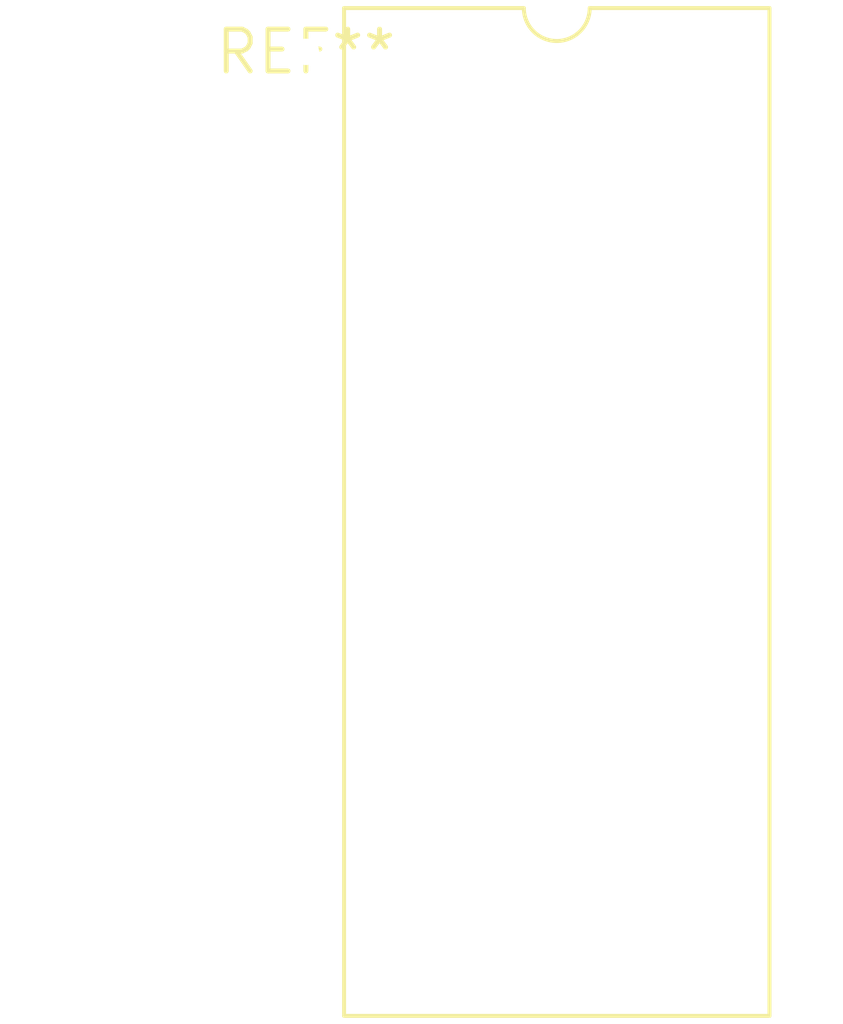
<source format=kicad_pcb>
(kicad_pcb (version 20240108) (generator pcbnew)
  (layers (0 "F.Cu" signal) (31 "B.Cu" signal) (34 "B.Paste" user) (35 "F.Paste" user) (36 "B.SilkS" user "B.Silkscreen") (37 "F.SilkS" user "F.Silkscreen") (38 "B.Mask" user) (39 "F.Mask" user) (44 "Edge.Cuts" user))
  (net 0 "")
  (footprint "DIP-24_W15.24mm" (layer "F.Cu") (at 0 0)
    (property "Reference" "REF**")
    (property "Value" "DIP-24_W15.24mm")
    (fp_line (start 1.16 -1.33) (end 1.16 29.27) (layer "F.SilkS") (stroke (width 0.12)))
    (fp_line (start 1.16 29.27) (end 14.08 29.27) (layer "F.SilkS") (stroke (width 0.12)))
    (fp_line (start 6.62 -1.33) (end 1.16 -1.33) (layer "F.SilkS") (stroke (width 0.12)))
    (fp_line (start 14.08 -1.33) (end 8.62 -1.33) (layer "F.SilkS") (stroke (width 0.12)))
    (fp_line (start 14.08 29.27) (end 14.08 -1.33) (layer "F.SilkS") (stroke (width 0.12)))
    (fp_arc (start 8.62 -1.33) (mid 7.62 -0.33) (end 6.62 -1.33) (layer "F.SilkS") (stroke (width 0.12)))
    (pad "1" thru_hole rect (at 0 0) (size 1.6 1.6) (drill 0.8) (layers *.Cu *.Mask) (remove_unused_layers))
    (pad "2" thru_hole oval (at 0 2.54) (size 1.6 1.6) (drill 0.8) (layers *.Cu *.Mask) (remove_unused_layers))
    (pad "3" thru_hole oval (at 0 5.08) (size 1.6 1.6) (drill 0.8) (layers *.Cu *.Mask) (remove_unused_layers))
    (pad "4" thru_hole oval (at 0 7.62) (size 1.6 1.6) (drill 0.8) (layers *.Cu *.Mask) (remove_unused_layers))
    (pad "5" thru_hole oval (at 0 10.16) (size 1.6 1.6) (drill 0.8) (layers *.Cu *.Mask) (remove_unused_layers))
    (pad "6" thru_hole oval (at 0 12.7) (size 1.6 1.6) (drill 0.8) (layers *.Cu *.Mask) (remove_unused_layers))
    (pad "7" thru_hole oval (at 0 15.24) (size 1.6 1.6) (drill 0.8) (layers *.Cu *.Mask) (remove_unused_layers))
    (pad "8" thru_hole oval (at 0 17.78) (size 1.6 1.6) (drill 0.8) (layers *.Cu *.Mask) (remove_unused_layers))
    (pad "9" thru_hole oval (at 0 20.32) (size 1.6 1.6) (drill 0.8) (layers *.Cu *.Mask) (remove_unused_layers))
    (pad "10" thru_hole oval (at 0 22.86) (size 1.6 1.6) (drill 0.8) (layers *.Cu *.Mask) (remove_unused_layers))
    (pad "11" thru_hole oval (at 0 25.4) (size 1.6 1.6) (drill 0.8) (layers *.Cu *.Mask) (remove_unused_layers))
    (pad "12" thru_hole oval (at 0 27.94) (size 1.6 1.6) (drill 0.8) (layers *.Cu *.Mask) (remove_unused_layers))
    (pad "13" thru_hole oval (at 15.24 27.94) (size 1.6 1.6) (drill 0.8) (layers *.Cu *.Mask) (remove_unused_layers))
    (pad "14" thru_hole oval (at 15.24 25.4) (size 1.6 1.6) (drill 0.8) (layers *.Cu *.Mask) (remove_unused_layers))
    (pad "15" thru_hole oval (at 15.24 22.86) (size 1.6 1.6) (drill 0.8) (layers *.Cu *.Mask) (remove_unused_layers))
    (pad "16" thru_hole oval (at 15.24 20.32) (size 1.6 1.6) (drill 0.8) (layers *.Cu *.Mask) (remove_unused_layers))
    (pad "17" thru_hole oval (at 15.24 17.78) (size 1.6 1.6) (drill 0.8) (layers *.Cu *.Mask) (remove_unused_layers))
    (pad "18" thru_hole oval (at 15.24 15.24) (size 1.6 1.6) (drill 0.8) (layers *.Cu *.Mask) (remove_unused_layers))
    (pad "19" thru_hole oval (at 15.24 12.7) (size 1.6 1.6) (drill 0.8) (layers *.Cu *.Mask) (remove_unused_layers))
    (pad "20" thru_hole oval (at 15.24 10.16) (size 1.6 1.6) (drill 0.8) (layers *.Cu *.Mask) (remove_unused_layers))
    (pad "21" thru_hole oval (at 15.24 7.62) (size 1.6 1.6) (drill 0.8) (layers *.Cu *.Mask) (remove_unused_layers))
    (pad "22" thru_hole oval (at 15.24 5.08) (size 1.6 1.6) (drill 0.8) (layers *.Cu *.Mask) (remove_unused_layers))
    (pad "23" thru_hole oval (at 15.24 2.54) (size 1.6 1.6) (drill 0.8) (layers *.Cu *.Mask) (remove_unused_layers))
    (pad "24" thru_hole oval (at 15.24 0) (size 1.6 1.6) (drill 0.8) (layers *.Cu *.Mask) (remove_unused_layers))
  )
)
</source>
